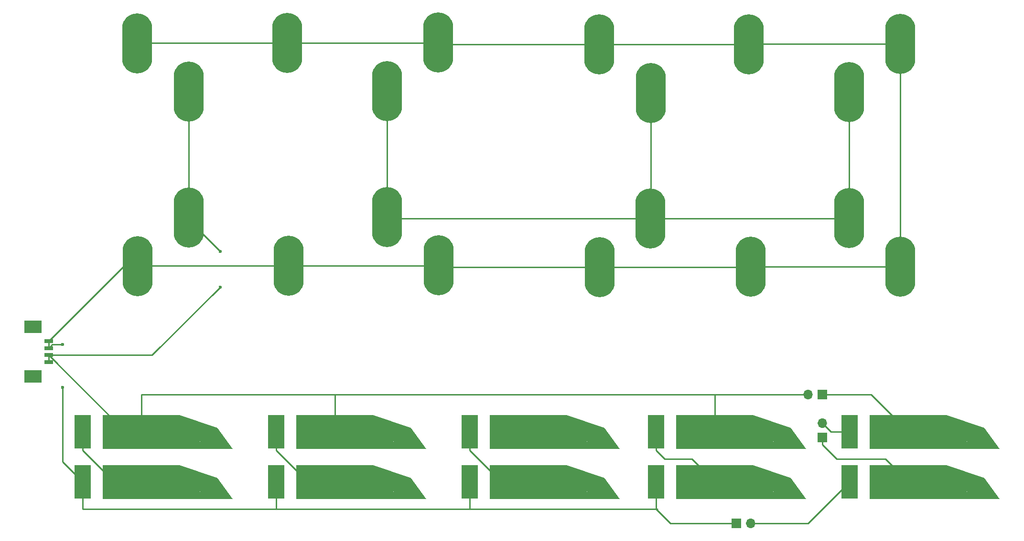
<source format=gbr>
G04 #@! TF.FileFunction,Copper,L1,Top,Signal*
%FSLAX46Y46*%
G04 Gerber Fmt 4.6, Leading zero omitted, Abs format (unit mm)*
G04 Created by KiCad (PCBNEW 4.0.7) date Mon Jul  2 20:38:53 2018*
%MOMM*%
%LPD*%
G01*
G04 APERTURE LIST*
%ADD10C,0.100000*%
%ADD11O,5.330000X10.660000*%
%ADD12R,3.000000X6.000000*%
%ADD13R,13.720000X6.000000*%
%ADD14R,4.000000X1.500000*%
%ADD15R,15.000000X1.000000*%
%ADD16R,1.700000X1.700000*%
%ADD17O,1.700000X1.700000*%
%ADD18R,1.500000X0.800000*%
%ADD19R,3.100000X2.200000*%
%ADD20C,0.600000*%
%ADD21C,0.250000*%
G04 APERTURE END LIST*
D10*
D11*
X212174800Y-50599200D03*
X247343800Y-50507200D03*
X203060800Y-42009200D03*
X229608800Y-41990200D03*
X256378800Y-41895200D03*
X247327800Y-72849200D03*
X212158800Y-72941200D03*
X256441800Y-81439200D03*
X229893800Y-81458200D03*
X203123800Y-81553200D03*
D12*
X111506000Y-110744000D03*
D13*
X121920000Y-110744000D03*
D10*
G36*
X128755000Y-113694000D02*
X128755000Y-107794000D01*
X135405000Y-110094000D01*
X135405000Y-111394000D01*
X128755000Y-113694000D01*
X128755000Y-113694000D01*
G37*
G36*
X138097000Y-113800500D02*
X131397000Y-113800500D01*
X134097000Y-110100500D01*
X135397000Y-110100500D01*
X138097000Y-113800500D01*
X138097000Y-113800500D01*
G37*
D14*
X130365500Y-113030000D03*
D15*
X123888500Y-113284000D03*
X122555000Y-113284000D03*
D12*
X145796000Y-110744000D03*
D13*
X156210000Y-110744000D03*
D10*
G36*
X163045000Y-113694000D02*
X163045000Y-107794000D01*
X169695000Y-110094000D01*
X169695000Y-111394000D01*
X163045000Y-113694000D01*
X163045000Y-113694000D01*
G37*
G36*
X172387000Y-113800500D02*
X165687000Y-113800500D01*
X168387000Y-110100500D01*
X169687000Y-110100500D01*
X172387000Y-113800500D01*
X172387000Y-113800500D01*
G37*
D14*
X164655500Y-113030000D03*
D15*
X158178500Y-113284000D03*
X156845000Y-113284000D03*
D11*
X130336000Y-50396000D03*
X165505000Y-50304000D03*
X121222000Y-41806000D03*
X147770000Y-41787000D03*
X174540000Y-41692000D03*
X165489000Y-72646000D03*
X130320000Y-72738000D03*
X174603000Y-81236000D03*
X148055000Y-81255000D03*
X121285000Y-81350000D03*
D12*
X180086000Y-110744000D03*
D13*
X190500000Y-110744000D03*
D10*
G36*
X197335000Y-113694000D02*
X197335000Y-107794000D01*
X203985000Y-110094000D01*
X203985000Y-111394000D01*
X197335000Y-113694000D01*
X197335000Y-113694000D01*
G37*
G36*
X206677000Y-113800500D02*
X199977000Y-113800500D01*
X202677000Y-110100500D01*
X203977000Y-110100500D01*
X206677000Y-113800500D01*
X206677000Y-113800500D01*
G37*
D14*
X198945500Y-113030000D03*
D15*
X192468500Y-113284000D03*
X191135000Y-113284000D03*
D12*
X213106000Y-110744000D03*
D13*
X223520000Y-110744000D03*
D10*
G36*
X230355000Y-113694000D02*
X230355000Y-107794000D01*
X237005000Y-110094000D01*
X237005000Y-111394000D01*
X230355000Y-113694000D01*
X230355000Y-113694000D01*
G37*
G36*
X239697000Y-113800500D02*
X232997000Y-113800500D01*
X235697000Y-110100500D01*
X236997000Y-110100500D01*
X239697000Y-113800500D01*
X239697000Y-113800500D01*
G37*
D14*
X231965500Y-113030000D03*
D15*
X225488500Y-113284000D03*
X224155000Y-113284000D03*
D12*
X247396000Y-110744000D03*
D13*
X257810000Y-110744000D03*
D10*
G36*
X264645000Y-113694000D02*
X264645000Y-107794000D01*
X271295000Y-110094000D01*
X271295000Y-111394000D01*
X264645000Y-113694000D01*
X264645000Y-113694000D01*
G37*
G36*
X273987000Y-113800500D02*
X267287000Y-113800500D01*
X269987000Y-110100500D01*
X271287000Y-110100500D01*
X273987000Y-113800500D01*
X273987000Y-113800500D01*
G37*
D14*
X266255500Y-113030000D03*
D15*
X259778500Y-113284000D03*
X258445000Y-113284000D03*
D12*
X111506000Y-119634000D03*
D13*
X121920000Y-119634000D03*
D10*
G36*
X128755000Y-122584000D02*
X128755000Y-116684000D01*
X135405000Y-118984000D01*
X135405000Y-120284000D01*
X128755000Y-122584000D01*
X128755000Y-122584000D01*
G37*
G36*
X138097000Y-122690500D02*
X131397000Y-122690500D01*
X134097000Y-118990500D01*
X135397000Y-118990500D01*
X138097000Y-122690500D01*
X138097000Y-122690500D01*
G37*
D14*
X130365500Y-121920000D03*
D15*
X123888500Y-122174000D03*
X122555000Y-122174000D03*
D12*
X145796000Y-119634000D03*
D13*
X156210000Y-119634000D03*
D10*
G36*
X163045000Y-122584000D02*
X163045000Y-116684000D01*
X169695000Y-118984000D01*
X169695000Y-120284000D01*
X163045000Y-122584000D01*
X163045000Y-122584000D01*
G37*
G36*
X172387000Y-122690500D02*
X165687000Y-122690500D01*
X168387000Y-118990500D01*
X169687000Y-118990500D01*
X172387000Y-122690500D01*
X172387000Y-122690500D01*
G37*
D14*
X164655500Y-121920000D03*
D15*
X158178500Y-122174000D03*
X156845000Y-122174000D03*
D12*
X180086000Y-119634000D03*
D13*
X190500000Y-119634000D03*
D10*
G36*
X197335000Y-122584000D02*
X197335000Y-116684000D01*
X203985000Y-118984000D01*
X203985000Y-120284000D01*
X197335000Y-122584000D01*
X197335000Y-122584000D01*
G37*
G36*
X206677000Y-122690500D02*
X199977000Y-122690500D01*
X202677000Y-118990500D01*
X203977000Y-118990500D01*
X206677000Y-122690500D01*
X206677000Y-122690500D01*
G37*
D14*
X198945500Y-121920000D03*
D15*
X192468500Y-122174000D03*
X191135000Y-122174000D03*
D12*
X213106000Y-119634000D03*
D13*
X223520000Y-119634000D03*
D10*
G36*
X230355000Y-122584000D02*
X230355000Y-116684000D01*
X237005000Y-118984000D01*
X237005000Y-120284000D01*
X230355000Y-122584000D01*
X230355000Y-122584000D01*
G37*
G36*
X239697000Y-122690500D02*
X232997000Y-122690500D01*
X235697000Y-118990500D01*
X236997000Y-118990500D01*
X239697000Y-122690500D01*
X239697000Y-122690500D01*
G37*
D14*
X231965500Y-121920000D03*
D15*
X225488500Y-122174000D03*
X224155000Y-122174000D03*
D12*
X247396000Y-119634000D03*
D13*
X257810000Y-119634000D03*
D10*
G36*
X264645000Y-122584000D02*
X264645000Y-116684000D01*
X271295000Y-118984000D01*
X271295000Y-120284000D01*
X264645000Y-122584000D01*
X264645000Y-122584000D01*
G37*
G36*
X273987000Y-122690500D02*
X267287000Y-122690500D01*
X269987000Y-118990500D01*
X271287000Y-118990500D01*
X273987000Y-122690500D01*
X273987000Y-122690500D01*
G37*
D14*
X266255500Y-121920000D03*
D15*
X259778500Y-122174000D03*
X258445000Y-122174000D03*
D16*
X242570000Y-111760000D03*
D17*
X242570000Y-109220000D03*
D16*
X227330000Y-127000000D03*
D17*
X229870000Y-127000000D03*
D18*
X105515000Y-94645000D03*
X105515000Y-95895000D03*
X105515000Y-97145000D03*
X105515000Y-98395000D03*
D19*
X102765000Y-92145000D03*
X102765000Y-100895000D03*
D16*
X242570000Y-104140000D03*
D17*
X240030000Y-104140000D03*
D20*
X135890000Y-85090000D03*
X135890000Y-78740000D03*
X107950000Y-95250000D03*
X107950000Y-102870000D03*
D21*
X247396000Y-110744000D02*
X244094000Y-110744000D01*
X244094000Y-110744000D02*
X242570000Y-109220000D01*
X242570000Y-104140000D02*
X251206000Y-104140000D01*
X251206000Y-104140000D02*
X257810000Y-110744000D01*
X121920000Y-110744000D02*
X119114000Y-110744000D01*
X119114000Y-110744000D02*
X105515000Y-97145000D01*
X105515000Y-97145000D02*
X105515000Y-98395000D01*
X130320000Y-72738000D02*
X130320000Y-73170000D01*
X130320000Y-73170000D02*
X135890000Y-78740000D01*
X123835000Y-97145000D02*
X105515000Y-97145000D01*
X135890000Y-85090000D02*
X123835000Y-97145000D01*
X240030000Y-104140000D02*
X223520000Y-104140000D01*
X223520000Y-104140000D02*
X190500000Y-104140000D01*
X190500000Y-104140000D02*
X156210000Y-104140000D01*
X156210000Y-104140000D02*
X121920000Y-104140000D01*
X222504000Y-110744000D02*
X223520000Y-110744000D01*
X223520000Y-110744000D02*
X223520000Y-104140000D01*
X156210000Y-110744000D02*
X156210000Y-104140000D01*
X121920000Y-110744000D02*
X121920000Y-104140000D01*
X165489000Y-72646000D02*
X165489000Y-75319000D01*
X212174800Y-50599200D02*
X212174800Y-72925200D01*
X212174800Y-72925200D02*
X212158800Y-72941200D01*
X165505000Y-50304000D02*
X165505000Y-72630000D01*
X165505000Y-72630000D02*
X165489000Y-72646000D01*
X130336000Y-50396000D02*
X130336000Y-72722000D01*
X130336000Y-72722000D02*
X130320000Y-72738000D01*
X247343800Y-50507200D02*
X247343800Y-72833200D01*
X247343800Y-72833200D02*
X247235800Y-72941200D01*
X247235800Y-72941200D02*
X165784200Y-72941200D01*
X165784200Y-72941200D02*
X165581000Y-72738000D01*
X121920000Y-119634000D02*
X117094000Y-119634000D01*
X117094000Y-119634000D02*
X111506000Y-114046000D01*
X111506000Y-114046000D02*
X111506000Y-110744000D01*
X156210000Y-119634000D02*
X151384000Y-119634000D01*
X151384000Y-119634000D02*
X145796000Y-114046000D01*
X145796000Y-114046000D02*
X145796000Y-110744000D01*
X190500000Y-119634000D02*
X185674000Y-119634000D01*
X185674000Y-119634000D02*
X180086000Y-114046000D01*
X180086000Y-114046000D02*
X180086000Y-110744000D01*
X185674000Y-119634000D02*
X180086000Y-114046000D01*
X180086000Y-114046000D02*
X180086000Y-110744000D01*
X223520000Y-119634000D02*
X219456000Y-115570000D01*
X213106000Y-114046000D02*
X213106000Y-110744000D01*
X214630000Y-115570000D02*
X213106000Y-114046000D01*
X219456000Y-115570000D02*
X214630000Y-115570000D01*
X223520000Y-119634000D02*
X219964000Y-119634000D01*
X213106000Y-112776000D02*
X213106000Y-110744000D01*
X111506000Y-119634000D02*
X107950000Y-116078000D01*
X106160000Y-95250000D02*
X105515000Y-95895000D01*
X107950000Y-95250000D02*
X106160000Y-95250000D01*
X107950000Y-116078000D02*
X107950000Y-102870000D01*
X105515000Y-94645000D02*
X105515000Y-95895000D01*
X121285000Y-81350000D02*
X118810000Y-81350000D01*
X118810000Y-81350000D02*
X105515000Y-94645000D01*
X227330000Y-127000000D02*
X215646000Y-127000000D01*
X215646000Y-127000000D02*
X213106000Y-124460000D01*
X213106000Y-119634000D02*
X213106000Y-122174000D01*
X213106000Y-119634000D02*
X213106000Y-124460000D01*
X213106000Y-124460000D02*
X213360000Y-124460000D01*
X180086000Y-119634000D02*
X180086000Y-124460000D01*
X180086000Y-124460000D02*
X180340000Y-124460000D01*
X145796000Y-119634000D02*
X145796000Y-124460000D01*
X145796000Y-124460000D02*
X146050000Y-124460000D01*
X111506000Y-119634000D02*
X111506000Y-124460000D01*
X111506000Y-124460000D02*
X111760000Y-124460000D01*
X213360000Y-124460000D02*
X180340000Y-124460000D01*
X180340000Y-124460000D02*
X146050000Y-124460000D01*
X146050000Y-124460000D02*
X111760000Y-124460000D01*
X256378800Y-41895200D02*
X256378800Y-81376200D01*
X256378800Y-81376200D02*
X256441800Y-81439200D01*
X256441800Y-81439200D02*
X229912800Y-81439200D01*
X229912800Y-81439200D02*
X229798800Y-81553200D01*
X229798800Y-81553200D02*
X174920200Y-81553200D01*
X174920200Y-81553200D02*
X174622000Y-81255000D01*
X174622000Y-81255000D02*
X121380000Y-81255000D01*
X256378800Y-41895200D02*
X229703800Y-41895200D01*
X229703800Y-41895200D02*
X229589800Y-42009200D01*
X229589800Y-42009200D02*
X174857200Y-42009200D01*
X174857200Y-42009200D02*
X174635000Y-41787000D01*
X174635000Y-41787000D02*
X121241000Y-41787000D01*
X121241000Y-41787000D02*
X121222000Y-41806000D01*
X242570000Y-111760000D02*
X242570000Y-113030000D01*
X253746000Y-115570000D02*
X257810000Y-119634000D01*
X245110000Y-115570000D02*
X253746000Y-115570000D01*
X242570000Y-113030000D02*
X245110000Y-115570000D01*
X257810000Y-119634000D02*
X252984000Y-119634000D01*
X229870000Y-127000000D02*
X240030000Y-127000000D01*
X240030000Y-127000000D02*
X247396000Y-119634000D01*
X247396000Y-119634000D02*
X246126000Y-119634000D01*
M02*

</source>
